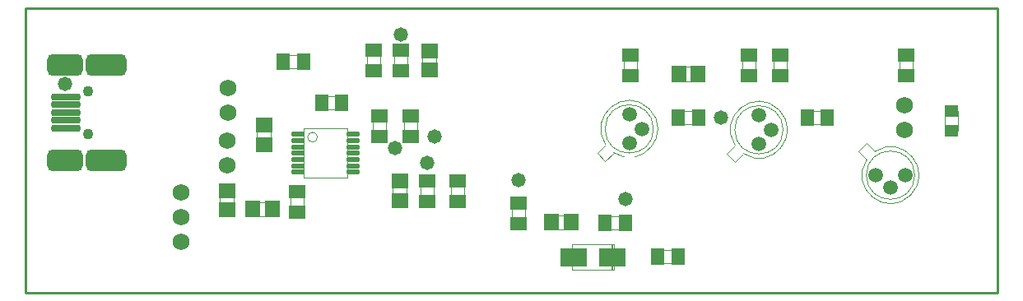
<source format=gts>
G04 Layer_Color=8388736*
%FSLAX43Y43*%
%MOMM*%
G71*
G01*
G75*
%ADD24C,0.254*%
%ADD25C,0.100*%
%ADD26R,0.232X2.616*%
G04:AMPARAMS|DCode=38|XSize=3.703mm|YSize=2.253mm|CornerRadius=0.614mm|HoleSize=0mm|Usage=FLASHONLY|Rotation=0.000|XOffset=0mm|YOffset=0mm|HoleType=Round|Shape=RoundedRectangle|*
%AMROUNDEDRECTD38*
21,1,3.703,1.025,0,0,0.0*
21,1,2.475,2.253,0,0,0.0*
1,1,1.228,1.238,-0.512*
1,1,1.228,-1.238,-0.512*
1,1,1.228,-1.238,0.512*
1,1,1.228,1.238,0.512*
%
%ADD38ROUNDEDRECTD38*%
G04:AMPARAMS|DCode=39|XSize=4.203mm|YSize=2.253mm|CornerRadius=0.614mm|HoleSize=0mm|Usage=FLASHONLY|Rotation=0.000|XOffset=0mm|YOffset=0mm|HoleType=Round|Shape=RoundedRectangle|*
%AMROUNDEDRECTD39*
21,1,4.203,1.025,0,0,0.0*
21,1,2.975,2.253,0,0,0.0*
1,1,1.228,1.488,-0.512*
1,1,1.228,-1.488,-0.512*
1,1,1.228,-1.488,0.512*
1,1,1.228,1.488,0.512*
%
%ADD39ROUNDEDRECTD39*%
G04:AMPARAMS|DCode=40|XSize=3.703mm|YSize=2.253mm|CornerRadius=0.614mm|HoleSize=0mm|Usage=FLASHONLY|Rotation=0.000|XOffset=0mm|YOffset=0mm|HoleType=Round|Shape=RoundedRectangle|*
%AMROUNDEDRECTD40*
21,1,3.703,1.025,0,0,0.0*
21,1,2.475,2.253,0,0,0.0*
1,1,1.228,1.238,-0.512*
1,1,1.228,-1.238,-0.512*
1,1,1.228,-1.238,0.512*
1,1,1.228,1.238,0.512*
%
%ADD40ROUNDEDRECTD40*%
G04:AMPARAMS|DCode=41|XSize=3.003mm|YSize=0.703mm|CornerRadius=0.227mm|HoleSize=0mm|Usage=FLASHONLY|Rotation=0.000|XOffset=0mm|YOffset=0mm|HoleType=Round|Shape=RoundedRectangle|*
%AMROUNDEDRECTD41*
21,1,3.003,0.250,0,0,0.0*
21,1,2.550,0.703,0,0,0.0*
1,1,0.453,1.275,-0.125*
1,1,0.453,-1.275,-0.125*
1,1,0.453,-1.275,0.125*
1,1,0.453,1.275,0.125*
%
%ADD41ROUNDEDRECTD41*%
%ADD42R,1.703X1.453*%
%ADD43R,1.753X1.553*%
%ADD44R,1.553X1.753*%
%ADD45O,1.453X0.553*%
%ADD46R,1.453X1.703*%
%ADD47R,2.703X1.903*%
%ADD48R,1.403X1.303*%
%ADD49C,1.103*%
%ADD50C,1.727*%
%ADD51C,1.503*%
%ADD52C,1.473*%
D24*
X0Y0D02*
X508D01*
X0D02*
Y29238D01*
X100000D01*
Y0D02*
Y29238D01*
X508Y0D02*
X100000D01*
D25*
X30011Y16001D02*
G03*
X30011Y16001I-500J0D01*
G01*
X77923Y16764D02*
G03*
X77923Y16764I-2485J0D01*
G01*
X73827Y14329D02*
G03*
X73000Y15157I1611J2435D01*
G01*
X64588Y16852D02*
G03*
X64588Y16852I-2485J0D01*
G01*
X60492Y14417D02*
G03*
X59665Y15245I1611J2435D01*
G01*
X91461Y12090D02*
G03*
X91461Y12090I-2485J0D01*
G01*
X86541Y13702D02*
G03*
X87369Y14528I2435J-1611D01*
G01*
X43774Y9355D02*
X45124D01*
X43774Y11555D02*
X45124D01*
X43774Y9355D02*
Y11555D01*
X45124Y9355D02*
Y11555D01*
X40599Y9355D02*
X41949D01*
X40599Y11555D02*
X41949D01*
X40599Y9355D02*
Y11555D01*
X41949Y9355D02*
Y11555D01*
X37755D02*
X39205D01*
X37755Y9355D02*
X39205D01*
Y11555D01*
X37755Y9355D02*
Y11555D01*
X50029Y7039D02*
X51379D01*
X50029Y9239D02*
X51379D01*
X50029Y7039D02*
Y9239D01*
X51379Y7039D02*
Y9239D01*
X38949Y16003D02*
X40299D01*
X38949Y18203D02*
X40299D01*
X38949Y16003D02*
Y18203D01*
X40299Y16003D02*
Y18203D01*
X35139Y22810D02*
X36489D01*
X35139Y25010D02*
X36489D01*
X35139Y22810D02*
Y25010D01*
X36489Y22810D02*
Y25010D01*
X35698Y16003D02*
X37048D01*
X35698Y18203D02*
X37048D01*
X35698Y16003D02*
Y18203D01*
X37048Y16003D02*
Y18203D01*
X40804Y25010D02*
X42254D01*
X40804Y22810D02*
X42254D01*
Y25010D01*
X40804Y22810D02*
Y25010D01*
X27265Y8264D02*
X28615D01*
X27265Y10464D02*
X28615D01*
X27265Y8264D02*
Y10464D01*
X28615Y8264D02*
Y10464D01*
X25500Y7884D02*
Y9334D01*
X23300Y7884D02*
Y9334D01*
Y7884D02*
X25500D01*
X23300Y9334D02*
X25500D01*
X19976Y8409D02*
X21426D01*
X19976Y10609D02*
X21426D01*
X19976Y8409D02*
Y10609D01*
X21426Y8409D02*
Y10609D01*
X28611Y11801D02*
Y16901D01*
X33111Y11801D02*
Y16901D01*
X28611D02*
X33111D01*
X28611Y11801D02*
X33111D01*
X23786Y15156D02*
X25236D01*
X23786Y17356D02*
X25236D01*
X23786Y15156D02*
Y17356D01*
X25236Y15156D02*
Y17356D01*
X89876Y24502D02*
X91226D01*
X89876Y22302D02*
X91226D01*
Y24502D01*
X89876Y22302D02*
Y24502D01*
X61555D02*
X62905D01*
X61555Y22302D02*
X62905D01*
Y24502D01*
X61555Y22302D02*
Y24502D01*
X80332Y17334D02*
Y18684D01*
X82532Y17334D02*
Y18684D01*
X80332D02*
X82532D01*
X80332Y17334D02*
X82532D01*
X69283Y21777D02*
Y23227D01*
X67083Y21777D02*
Y23227D01*
Y21777D02*
X69283D01*
X67083Y23227D02*
X69283D01*
X54010Y6514D02*
Y7964D01*
X56210Y6514D02*
Y7964D01*
X54010D02*
X56210D01*
X54010Y6514D02*
X56210D01*
X64974Y3008D02*
Y4358D01*
X67174Y3008D02*
Y4358D01*
X64974D02*
X67174D01*
X64974Y3008D02*
X67174D01*
X59564Y6514D02*
Y7864D01*
X61764Y6514D02*
Y7864D01*
X59564D02*
X61764D01*
X59564Y6514D02*
X61764D01*
X26475Y23074D02*
Y24424D01*
X28675Y23074D02*
Y24424D01*
X26475D02*
X28675D01*
X26475Y23074D02*
X28675D01*
X37933Y25010D02*
X39283D01*
X37933Y22810D02*
X39283D01*
Y25010D01*
X37933Y22810D02*
Y25010D01*
X30387Y18858D02*
Y20208D01*
X32587Y18858D02*
Y20208D01*
X30387D02*
X32587D01*
X30387Y18858D02*
X32587D01*
X56219Y2330D02*
X60519D01*
Y4935D01*
X56219Y2330D02*
Y4935D01*
X60519D01*
X95925Y16625D02*
Y18725D01*
X94575Y16625D02*
Y18725D01*
X95925D01*
X94575Y16625D02*
X95925D01*
X76922Y24502D02*
X78272D01*
X76922Y22302D02*
X78272D01*
Y24502D01*
X76922Y22302D02*
Y24502D01*
X73747D02*
X75097D01*
X73747Y22302D02*
X75097D01*
Y24502D01*
X73747Y22302D02*
Y24502D01*
X72972Y13474D02*
X73827Y14329D01*
X72145Y14301D02*
X72972Y13474D01*
X72145Y14301D02*
X73000Y15157D01*
X59637Y13562D02*
X60492Y14417D01*
X58810Y14389D02*
X59637Y13562D01*
X58810Y14389D02*
X59665Y15245D01*
X67083Y17359D02*
Y18709D01*
X69283Y17359D02*
Y18709D01*
X67083D02*
X69283D01*
X67083Y17359D02*
X69283D01*
X85686Y14557D02*
X86542Y13701D01*
X85686Y14557D02*
X86513Y15384D01*
X87369Y14528D01*
D26*
X60372Y3620D02*
D03*
D38*
X4076Y13607D02*
D03*
D39*
X8326D02*
D03*
Y23457D02*
D03*
D40*
X4076D02*
D03*
D41*
X4101Y17732D02*
D03*
Y16932D02*
D03*
Y19332D02*
D03*
Y20132D02*
D03*
Y18532D02*
D03*
D42*
X44449Y9405D02*
D03*
Y11505D02*
D03*
X41274Y9405D02*
D03*
Y11505D02*
D03*
X50704Y7089D02*
D03*
Y9189D02*
D03*
X39624Y16053D02*
D03*
Y18153D02*
D03*
X35814Y22860D02*
D03*
Y24960D02*
D03*
X36373Y16053D02*
D03*
Y18153D02*
D03*
X27940Y8314D02*
D03*
Y10414D02*
D03*
X90551Y24452D02*
D03*
Y22352D02*
D03*
X62230Y24452D02*
D03*
Y22352D02*
D03*
X38608Y24960D02*
D03*
Y22860D02*
D03*
X77597Y24452D02*
D03*
Y22352D02*
D03*
X74422Y24452D02*
D03*
Y22352D02*
D03*
D43*
X38480Y11455D02*
D03*
Y9455D02*
D03*
X41529Y24910D02*
D03*
Y22910D02*
D03*
X20701Y8509D02*
D03*
Y10509D02*
D03*
X24511Y15256D02*
D03*
Y17256D02*
D03*
D44*
X25400Y8609D02*
D03*
X23400D02*
D03*
X69183Y22502D02*
D03*
X67183D02*
D03*
X54110Y7239D02*
D03*
X56110D02*
D03*
D45*
X28036Y16301D02*
D03*
Y15651D02*
D03*
Y15001D02*
D03*
Y14351D02*
D03*
Y13701D02*
D03*
Y13051D02*
D03*
Y12401D02*
D03*
X33686Y16301D02*
D03*
Y15651D02*
D03*
Y15001D02*
D03*
Y14351D02*
D03*
Y13701D02*
D03*
Y13051D02*
D03*
Y12401D02*
D03*
D46*
X80382Y18009D02*
D03*
X82482D02*
D03*
X65024Y3683D02*
D03*
X67124D02*
D03*
X59614Y7189D02*
D03*
X61714D02*
D03*
X26525Y23749D02*
D03*
X28625D02*
D03*
X30437Y19533D02*
D03*
X32537D02*
D03*
X67133Y18034D02*
D03*
X69233D02*
D03*
D47*
X60369Y3632D02*
D03*
X56369D02*
D03*
D48*
X95250Y18725D02*
D03*
Y16625D02*
D03*
D49*
X6426Y16332D02*
D03*
Y20732D02*
D03*
D50*
X16002Y10287D02*
D03*
Y7747D02*
D03*
Y5207D02*
D03*
X20828Y21082D02*
D03*
Y18542D02*
D03*
X20701Y15621D02*
D03*
Y13081D02*
D03*
X90424Y19304D02*
D03*
Y16764D02*
D03*
D51*
X75438Y15279D02*
D03*
X76708Y16764D02*
D03*
X75438Y18249D02*
D03*
X62103Y15367D02*
D03*
X63373Y16852D02*
D03*
X62103Y18337D02*
D03*
X87491Y12090D02*
D03*
X88976Y10820D02*
D03*
X90461Y12090D02*
D03*
D52*
X42037Y16053D02*
D03*
X50704Y11557D02*
D03*
X71501Y18034D02*
D03*
X4064Y21463D02*
D03*
X38608Y26543D02*
D03*
X41275Y13335D02*
D03*
X37973Y14859D02*
D03*
X61722Y9652D02*
D03*
M02*

</source>
